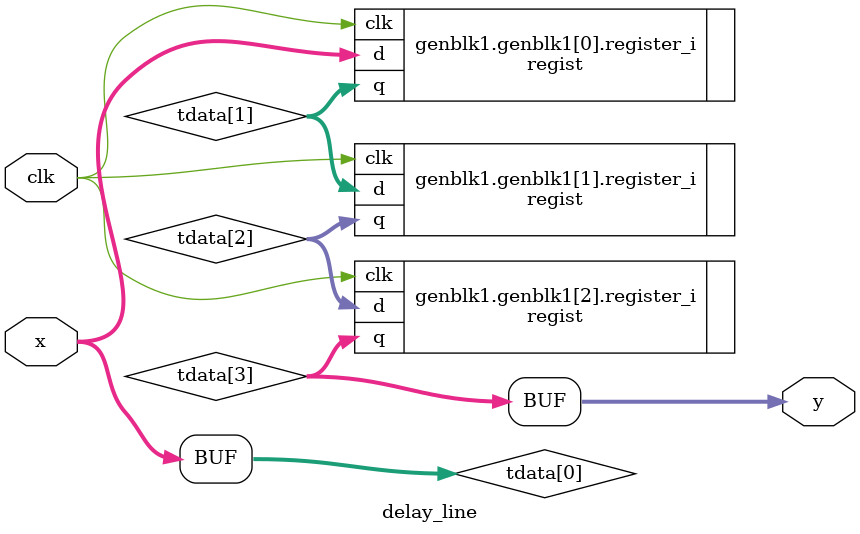
<source format=v>
`timescale 1ns / 1ps


module delay_line
#(
    parameter DELAY = 3,
    parameter N = 20
)

(
    input clk,
    input [N-1:0]x,
    output [N-1:0]y
);

wire [N-1:0] tdata [DELAY:0];

genvar i;

generate

    if(DELAY>0)
    begin
    
        for(i=0;i<DELAY;i=i+1)
        begin
            regist register_i (
                .clk(clk),
                .d(tdata[i]),
                .q(tdata[i+1])
            );
        end
    
    end
    
    

endgenerate

if(DELAY>0)
begin
    assign tdata[0]=x;
    assign y=tdata[DELAY];
end
else assign y=x;

endmodule

</source>
